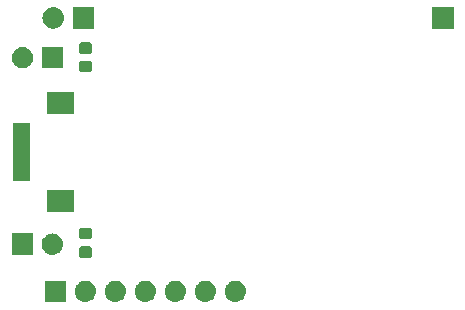
<source format=gts>
G04 #@! TF.GenerationSoftware,KiCad,Pcbnew,5.0.1-33cea8e~68~ubuntu14.04.1*
G04 #@! TF.CreationDate,2018-11-21T03:18:17-08:00*
G04 #@! TF.ProjectId,lcd-addon,6C63642D6164646F6E2E6B696361645F,rev?*
G04 #@! TF.SameCoordinates,Original*
G04 #@! TF.FileFunction,Soldermask,Top*
G04 #@! TF.FilePolarity,Negative*
%FSLAX46Y46*%
G04 Gerber Fmt 4.6, Leading zero omitted, Abs format (unit mm)*
G04 Created by KiCad (PCBNEW 5.0.1-33cea8e~68~ubuntu14.04.1) date Wed 21 Nov 2018 03:18:17 AM PST*
%MOMM*%
%LPD*%
G01*
G04 APERTURE LIST*
%ADD10C,0.100000*%
G04 APERTURE END LIST*
D10*
G36*
X127400443Y-97455519D02*
X127466627Y-97462037D01*
X127579853Y-97496384D01*
X127636467Y-97513557D01*
X127775087Y-97587652D01*
X127792991Y-97597222D01*
X127828729Y-97626552D01*
X127930186Y-97709814D01*
X128013448Y-97811271D01*
X128042778Y-97847009D01*
X128042779Y-97847011D01*
X128126443Y-98003533D01*
X128126443Y-98003534D01*
X128177963Y-98173373D01*
X128195359Y-98350000D01*
X128177963Y-98526627D01*
X128143616Y-98639853D01*
X128126443Y-98696467D01*
X128052348Y-98835087D01*
X128042778Y-98852991D01*
X128013448Y-98888729D01*
X127930186Y-98990186D01*
X127828729Y-99073448D01*
X127792991Y-99102778D01*
X127792989Y-99102779D01*
X127636467Y-99186443D01*
X127579853Y-99203616D01*
X127466627Y-99237963D01*
X127400443Y-99244481D01*
X127334260Y-99251000D01*
X127245740Y-99251000D01*
X127179557Y-99244481D01*
X127113373Y-99237963D01*
X127000147Y-99203616D01*
X126943533Y-99186443D01*
X126787011Y-99102779D01*
X126787009Y-99102778D01*
X126751271Y-99073448D01*
X126649814Y-98990186D01*
X126566552Y-98888729D01*
X126537222Y-98852991D01*
X126527652Y-98835087D01*
X126453557Y-98696467D01*
X126436384Y-98639853D01*
X126402037Y-98526627D01*
X126384641Y-98350000D01*
X126402037Y-98173373D01*
X126453557Y-98003534D01*
X126453557Y-98003533D01*
X126537221Y-97847011D01*
X126537222Y-97847009D01*
X126566552Y-97811271D01*
X126649814Y-97709814D01*
X126751271Y-97626552D01*
X126787009Y-97597222D01*
X126804913Y-97587652D01*
X126943533Y-97513557D01*
X127000147Y-97496384D01*
X127113373Y-97462037D01*
X127179557Y-97455519D01*
X127245740Y-97449000D01*
X127334260Y-97449000D01*
X127400443Y-97455519D01*
X127400443Y-97455519D01*
G37*
G36*
X122320443Y-97455519D02*
X122386627Y-97462037D01*
X122499853Y-97496384D01*
X122556467Y-97513557D01*
X122695087Y-97587652D01*
X122712991Y-97597222D01*
X122748729Y-97626552D01*
X122850186Y-97709814D01*
X122933448Y-97811271D01*
X122962778Y-97847009D01*
X122962779Y-97847011D01*
X123046443Y-98003533D01*
X123046443Y-98003534D01*
X123097963Y-98173373D01*
X123115359Y-98350000D01*
X123097963Y-98526627D01*
X123063616Y-98639853D01*
X123046443Y-98696467D01*
X122972348Y-98835087D01*
X122962778Y-98852991D01*
X122933448Y-98888729D01*
X122850186Y-98990186D01*
X122748729Y-99073448D01*
X122712991Y-99102778D01*
X122712989Y-99102779D01*
X122556467Y-99186443D01*
X122499853Y-99203616D01*
X122386627Y-99237963D01*
X122320443Y-99244481D01*
X122254260Y-99251000D01*
X122165740Y-99251000D01*
X122099557Y-99244481D01*
X122033373Y-99237963D01*
X121920147Y-99203616D01*
X121863533Y-99186443D01*
X121707011Y-99102779D01*
X121707009Y-99102778D01*
X121671271Y-99073448D01*
X121569814Y-98990186D01*
X121486552Y-98888729D01*
X121457222Y-98852991D01*
X121447652Y-98835087D01*
X121373557Y-98696467D01*
X121356384Y-98639853D01*
X121322037Y-98526627D01*
X121304641Y-98350000D01*
X121322037Y-98173373D01*
X121373557Y-98003534D01*
X121373557Y-98003533D01*
X121457221Y-97847011D01*
X121457222Y-97847009D01*
X121486552Y-97811271D01*
X121569814Y-97709814D01*
X121671271Y-97626552D01*
X121707009Y-97597222D01*
X121724913Y-97587652D01*
X121863533Y-97513557D01*
X121920147Y-97496384D01*
X122033373Y-97462037D01*
X122099557Y-97455519D01*
X122165740Y-97449000D01*
X122254260Y-97449000D01*
X122320443Y-97455519D01*
X122320443Y-97455519D01*
G37*
G36*
X119780443Y-97455519D02*
X119846627Y-97462037D01*
X119959853Y-97496384D01*
X120016467Y-97513557D01*
X120155087Y-97587652D01*
X120172991Y-97597222D01*
X120208729Y-97626552D01*
X120310186Y-97709814D01*
X120393448Y-97811271D01*
X120422778Y-97847009D01*
X120422779Y-97847011D01*
X120506443Y-98003533D01*
X120506443Y-98003534D01*
X120557963Y-98173373D01*
X120575359Y-98350000D01*
X120557963Y-98526627D01*
X120523616Y-98639853D01*
X120506443Y-98696467D01*
X120432348Y-98835087D01*
X120422778Y-98852991D01*
X120393448Y-98888729D01*
X120310186Y-98990186D01*
X120208729Y-99073448D01*
X120172991Y-99102778D01*
X120172989Y-99102779D01*
X120016467Y-99186443D01*
X119959853Y-99203616D01*
X119846627Y-99237963D01*
X119780443Y-99244481D01*
X119714260Y-99251000D01*
X119625740Y-99251000D01*
X119559557Y-99244481D01*
X119493373Y-99237963D01*
X119380147Y-99203616D01*
X119323533Y-99186443D01*
X119167011Y-99102779D01*
X119167009Y-99102778D01*
X119131271Y-99073448D01*
X119029814Y-98990186D01*
X118946552Y-98888729D01*
X118917222Y-98852991D01*
X118907652Y-98835087D01*
X118833557Y-98696467D01*
X118816384Y-98639853D01*
X118782037Y-98526627D01*
X118764641Y-98350000D01*
X118782037Y-98173373D01*
X118833557Y-98003534D01*
X118833557Y-98003533D01*
X118917221Y-97847011D01*
X118917222Y-97847009D01*
X118946552Y-97811271D01*
X119029814Y-97709814D01*
X119131271Y-97626552D01*
X119167009Y-97597222D01*
X119184913Y-97587652D01*
X119323533Y-97513557D01*
X119380147Y-97496384D01*
X119493373Y-97462037D01*
X119559557Y-97455519D01*
X119625740Y-97449000D01*
X119714260Y-97449000D01*
X119780443Y-97455519D01*
X119780443Y-97455519D01*
G37*
G36*
X117240443Y-97455519D02*
X117306627Y-97462037D01*
X117419853Y-97496384D01*
X117476467Y-97513557D01*
X117615087Y-97587652D01*
X117632991Y-97597222D01*
X117668729Y-97626552D01*
X117770186Y-97709814D01*
X117853448Y-97811271D01*
X117882778Y-97847009D01*
X117882779Y-97847011D01*
X117966443Y-98003533D01*
X117966443Y-98003534D01*
X118017963Y-98173373D01*
X118035359Y-98350000D01*
X118017963Y-98526627D01*
X117983616Y-98639853D01*
X117966443Y-98696467D01*
X117892348Y-98835087D01*
X117882778Y-98852991D01*
X117853448Y-98888729D01*
X117770186Y-98990186D01*
X117668729Y-99073448D01*
X117632991Y-99102778D01*
X117632989Y-99102779D01*
X117476467Y-99186443D01*
X117419853Y-99203616D01*
X117306627Y-99237963D01*
X117240443Y-99244481D01*
X117174260Y-99251000D01*
X117085740Y-99251000D01*
X117019557Y-99244481D01*
X116953373Y-99237963D01*
X116840147Y-99203616D01*
X116783533Y-99186443D01*
X116627011Y-99102779D01*
X116627009Y-99102778D01*
X116591271Y-99073448D01*
X116489814Y-98990186D01*
X116406552Y-98888729D01*
X116377222Y-98852991D01*
X116367652Y-98835087D01*
X116293557Y-98696467D01*
X116276384Y-98639853D01*
X116242037Y-98526627D01*
X116224641Y-98350000D01*
X116242037Y-98173373D01*
X116293557Y-98003534D01*
X116293557Y-98003533D01*
X116377221Y-97847011D01*
X116377222Y-97847009D01*
X116406552Y-97811271D01*
X116489814Y-97709814D01*
X116591271Y-97626552D01*
X116627009Y-97597222D01*
X116644913Y-97587652D01*
X116783533Y-97513557D01*
X116840147Y-97496384D01*
X116953373Y-97462037D01*
X117019557Y-97455519D01*
X117085740Y-97449000D01*
X117174260Y-97449000D01*
X117240443Y-97455519D01*
X117240443Y-97455519D01*
G37*
G36*
X114700443Y-97455519D02*
X114766627Y-97462037D01*
X114879853Y-97496384D01*
X114936467Y-97513557D01*
X115075087Y-97587652D01*
X115092991Y-97597222D01*
X115128729Y-97626552D01*
X115230186Y-97709814D01*
X115313448Y-97811271D01*
X115342778Y-97847009D01*
X115342779Y-97847011D01*
X115426443Y-98003533D01*
X115426443Y-98003534D01*
X115477963Y-98173373D01*
X115495359Y-98350000D01*
X115477963Y-98526627D01*
X115443616Y-98639853D01*
X115426443Y-98696467D01*
X115352348Y-98835087D01*
X115342778Y-98852991D01*
X115313448Y-98888729D01*
X115230186Y-98990186D01*
X115128729Y-99073448D01*
X115092991Y-99102778D01*
X115092989Y-99102779D01*
X114936467Y-99186443D01*
X114879853Y-99203616D01*
X114766627Y-99237963D01*
X114700443Y-99244481D01*
X114634260Y-99251000D01*
X114545740Y-99251000D01*
X114479557Y-99244481D01*
X114413373Y-99237963D01*
X114300147Y-99203616D01*
X114243533Y-99186443D01*
X114087011Y-99102779D01*
X114087009Y-99102778D01*
X114051271Y-99073448D01*
X113949814Y-98990186D01*
X113866552Y-98888729D01*
X113837222Y-98852991D01*
X113827652Y-98835087D01*
X113753557Y-98696467D01*
X113736384Y-98639853D01*
X113702037Y-98526627D01*
X113684641Y-98350000D01*
X113702037Y-98173373D01*
X113753557Y-98003534D01*
X113753557Y-98003533D01*
X113837221Y-97847011D01*
X113837222Y-97847009D01*
X113866552Y-97811271D01*
X113949814Y-97709814D01*
X114051271Y-97626552D01*
X114087009Y-97597222D01*
X114104913Y-97587652D01*
X114243533Y-97513557D01*
X114300147Y-97496384D01*
X114413373Y-97462037D01*
X114479557Y-97455519D01*
X114545740Y-97449000D01*
X114634260Y-97449000D01*
X114700443Y-97455519D01*
X114700443Y-97455519D01*
G37*
G36*
X112951000Y-99251000D02*
X111149000Y-99251000D01*
X111149000Y-97449000D01*
X112951000Y-97449000D01*
X112951000Y-99251000D01*
X112951000Y-99251000D01*
G37*
G36*
X124860443Y-97455519D02*
X124926627Y-97462037D01*
X125039853Y-97496384D01*
X125096467Y-97513557D01*
X125235087Y-97587652D01*
X125252991Y-97597222D01*
X125288729Y-97626552D01*
X125390186Y-97709814D01*
X125473448Y-97811271D01*
X125502778Y-97847009D01*
X125502779Y-97847011D01*
X125586443Y-98003533D01*
X125586443Y-98003534D01*
X125637963Y-98173373D01*
X125655359Y-98350000D01*
X125637963Y-98526627D01*
X125603616Y-98639853D01*
X125586443Y-98696467D01*
X125512348Y-98835087D01*
X125502778Y-98852991D01*
X125473448Y-98888729D01*
X125390186Y-98990186D01*
X125288729Y-99073448D01*
X125252991Y-99102778D01*
X125252989Y-99102779D01*
X125096467Y-99186443D01*
X125039853Y-99203616D01*
X124926627Y-99237963D01*
X124860443Y-99244481D01*
X124794260Y-99251000D01*
X124705740Y-99251000D01*
X124639557Y-99244481D01*
X124573373Y-99237963D01*
X124460147Y-99203616D01*
X124403533Y-99186443D01*
X124247011Y-99102779D01*
X124247009Y-99102778D01*
X124211271Y-99073448D01*
X124109814Y-98990186D01*
X124026552Y-98888729D01*
X123997222Y-98852991D01*
X123987652Y-98835087D01*
X123913557Y-98696467D01*
X123896384Y-98639853D01*
X123862037Y-98526627D01*
X123844641Y-98350000D01*
X123862037Y-98173373D01*
X123913557Y-98003534D01*
X123913557Y-98003533D01*
X123997221Y-97847011D01*
X123997222Y-97847009D01*
X124026552Y-97811271D01*
X124109814Y-97709814D01*
X124211271Y-97626552D01*
X124247009Y-97597222D01*
X124264913Y-97587652D01*
X124403533Y-97513557D01*
X124460147Y-97496384D01*
X124573373Y-97462037D01*
X124639557Y-97455519D01*
X124705740Y-97449000D01*
X124794260Y-97449000D01*
X124860443Y-97455519D01*
X124860443Y-97455519D01*
G37*
G36*
X114979591Y-94540585D02*
X115013569Y-94550893D01*
X115044887Y-94567633D01*
X115072339Y-94590161D01*
X115094867Y-94617613D01*
X115111607Y-94648931D01*
X115121915Y-94682909D01*
X115126000Y-94724390D01*
X115126000Y-95325610D01*
X115121915Y-95367091D01*
X115111607Y-95401069D01*
X115094867Y-95432387D01*
X115072339Y-95459839D01*
X115044887Y-95482367D01*
X115013569Y-95499107D01*
X114979591Y-95509415D01*
X114938110Y-95513500D01*
X114261890Y-95513500D01*
X114220409Y-95509415D01*
X114186431Y-95499107D01*
X114155113Y-95482367D01*
X114127661Y-95459839D01*
X114105133Y-95432387D01*
X114088393Y-95401069D01*
X114078085Y-95367091D01*
X114074000Y-95325610D01*
X114074000Y-94724390D01*
X114078085Y-94682909D01*
X114088393Y-94648931D01*
X114105133Y-94617613D01*
X114127661Y-94590161D01*
X114155113Y-94567633D01*
X114186431Y-94550893D01*
X114220409Y-94540585D01*
X114261890Y-94536500D01*
X114938110Y-94536500D01*
X114979591Y-94540585D01*
X114979591Y-94540585D01*
G37*
G36*
X110151000Y-95251000D02*
X108349000Y-95251000D01*
X108349000Y-93449000D01*
X110151000Y-93449000D01*
X110151000Y-95251000D01*
X110151000Y-95251000D01*
G37*
G36*
X111900442Y-93455518D02*
X111966627Y-93462037D01*
X112079853Y-93496384D01*
X112136467Y-93513557D01*
X112275087Y-93587652D01*
X112292991Y-93597222D01*
X112328729Y-93626552D01*
X112430186Y-93709814D01*
X112497708Y-93792091D01*
X112542778Y-93847009D01*
X112542779Y-93847011D01*
X112626443Y-94003533D01*
X112626443Y-94003534D01*
X112677963Y-94173373D01*
X112695359Y-94350000D01*
X112677963Y-94526627D01*
X112673544Y-94541193D01*
X112626443Y-94696467D01*
X112606862Y-94733099D01*
X112542778Y-94852991D01*
X112513448Y-94888729D01*
X112430186Y-94990186D01*
X112328729Y-95073448D01*
X112292991Y-95102778D01*
X112292989Y-95102779D01*
X112136467Y-95186443D01*
X112079853Y-95203616D01*
X111966627Y-95237963D01*
X111900443Y-95244481D01*
X111834260Y-95251000D01*
X111745740Y-95251000D01*
X111679558Y-95244482D01*
X111613373Y-95237963D01*
X111500147Y-95203616D01*
X111443533Y-95186443D01*
X111287011Y-95102779D01*
X111287009Y-95102778D01*
X111251271Y-95073448D01*
X111149814Y-94990186D01*
X111066552Y-94888729D01*
X111037222Y-94852991D01*
X110973138Y-94733099D01*
X110953557Y-94696467D01*
X110906456Y-94541193D01*
X110902037Y-94526627D01*
X110884641Y-94350000D01*
X110902037Y-94173373D01*
X110953557Y-94003534D01*
X110953557Y-94003533D01*
X111037221Y-93847011D01*
X111037222Y-93847009D01*
X111082292Y-93792091D01*
X111149814Y-93709814D01*
X111251271Y-93626552D01*
X111287009Y-93597222D01*
X111304913Y-93587652D01*
X111443533Y-93513557D01*
X111500147Y-93496384D01*
X111613373Y-93462037D01*
X111679558Y-93455518D01*
X111745740Y-93449000D01*
X111834260Y-93449000D01*
X111900442Y-93455518D01*
X111900442Y-93455518D01*
G37*
G36*
X114979591Y-92965585D02*
X115013569Y-92975893D01*
X115044887Y-92992633D01*
X115072339Y-93015161D01*
X115094867Y-93042613D01*
X115111607Y-93073931D01*
X115121915Y-93107909D01*
X115126000Y-93149390D01*
X115126000Y-93750610D01*
X115121915Y-93792091D01*
X115111607Y-93826069D01*
X115094867Y-93857387D01*
X115072339Y-93884839D01*
X115044887Y-93907367D01*
X115013569Y-93924107D01*
X114979591Y-93934415D01*
X114938110Y-93938500D01*
X114261890Y-93938500D01*
X114220409Y-93934415D01*
X114186431Y-93924107D01*
X114155113Y-93907367D01*
X114127661Y-93884839D01*
X114105133Y-93857387D01*
X114088393Y-93826069D01*
X114078085Y-93792091D01*
X114074000Y-93750610D01*
X114074000Y-93149390D01*
X114078085Y-93107909D01*
X114088393Y-93073931D01*
X114105133Y-93042613D01*
X114127661Y-93015161D01*
X114155113Y-92992633D01*
X114186431Y-92975893D01*
X114220409Y-92965585D01*
X114261890Y-92961500D01*
X114938110Y-92961500D01*
X114979591Y-92965585D01*
X114979591Y-92965585D01*
G37*
G36*
X113601000Y-91651000D02*
X111299000Y-91651000D01*
X111299000Y-89749000D01*
X113601000Y-89749000D01*
X113601000Y-91651000D01*
X113601000Y-91651000D01*
G37*
G36*
X109901000Y-89001000D02*
X108499000Y-89001000D01*
X108499000Y-84099000D01*
X109901000Y-84099000D01*
X109901000Y-89001000D01*
X109901000Y-89001000D01*
G37*
G36*
X113601000Y-83351000D02*
X111299000Y-83351000D01*
X111299000Y-81449000D01*
X113601000Y-81449000D01*
X113601000Y-83351000D01*
X113601000Y-83351000D01*
G37*
G36*
X114979591Y-78840585D02*
X115013569Y-78850893D01*
X115044887Y-78867633D01*
X115072339Y-78890161D01*
X115094867Y-78917613D01*
X115111607Y-78948931D01*
X115121915Y-78982909D01*
X115126000Y-79024390D01*
X115126000Y-79625610D01*
X115121915Y-79667091D01*
X115111607Y-79701069D01*
X115094867Y-79732387D01*
X115072339Y-79759839D01*
X115044887Y-79782367D01*
X115013569Y-79799107D01*
X114979591Y-79809415D01*
X114938110Y-79813500D01*
X114261890Y-79813500D01*
X114220409Y-79809415D01*
X114186431Y-79799107D01*
X114155113Y-79782367D01*
X114127661Y-79759839D01*
X114105133Y-79732387D01*
X114088393Y-79701069D01*
X114078085Y-79667091D01*
X114074000Y-79625610D01*
X114074000Y-79024390D01*
X114078085Y-78982909D01*
X114088393Y-78948931D01*
X114105133Y-78917613D01*
X114127661Y-78890161D01*
X114155113Y-78867633D01*
X114186431Y-78850893D01*
X114220409Y-78840585D01*
X114261890Y-78836500D01*
X114938110Y-78836500D01*
X114979591Y-78840585D01*
X114979591Y-78840585D01*
G37*
G36*
X112701000Y-79451000D02*
X110899000Y-79451000D01*
X110899000Y-77649000D01*
X112701000Y-77649000D01*
X112701000Y-79451000D01*
X112701000Y-79451000D01*
G37*
G36*
X109370443Y-77655519D02*
X109436627Y-77662037D01*
X109549853Y-77696384D01*
X109606467Y-77713557D01*
X109745087Y-77787652D01*
X109762991Y-77797222D01*
X109798729Y-77826552D01*
X109900186Y-77909814D01*
X109969480Y-77994250D01*
X110012778Y-78047009D01*
X110012779Y-78047011D01*
X110096443Y-78203533D01*
X110096443Y-78203534D01*
X110147963Y-78373373D01*
X110165359Y-78550000D01*
X110147963Y-78726627D01*
X110114633Y-78836500D01*
X110096443Y-78896467D01*
X110085140Y-78917613D01*
X110012778Y-79052991D01*
X109983448Y-79088729D01*
X109900186Y-79190186D01*
X109798729Y-79273448D01*
X109762991Y-79302778D01*
X109762989Y-79302779D01*
X109606467Y-79386443D01*
X109549853Y-79403616D01*
X109436627Y-79437963D01*
X109370442Y-79444482D01*
X109304260Y-79451000D01*
X109215740Y-79451000D01*
X109149558Y-79444482D01*
X109083373Y-79437963D01*
X108970147Y-79403616D01*
X108913533Y-79386443D01*
X108757011Y-79302779D01*
X108757009Y-79302778D01*
X108721271Y-79273448D01*
X108619814Y-79190186D01*
X108536552Y-79088729D01*
X108507222Y-79052991D01*
X108434860Y-78917613D01*
X108423557Y-78896467D01*
X108405367Y-78836500D01*
X108372037Y-78726627D01*
X108354641Y-78550000D01*
X108372037Y-78373373D01*
X108423557Y-78203534D01*
X108423557Y-78203533D01*
X108507221Y-78047011D01*
X108507222Y-78047009D01*
X108550520Y-77994250D01*
X108619814Y-77909814D01*
X108721271Y-77826552D01*
X108757009Y-77797222D01*
X108774913Y-77787652D01*
X108913533Y-77713557D01*
X108970147Y-77696384D01*
X109083373Y-77662037D01*
X109149557Y-77655519D01*
X109215740Y-77649000D01*
X109304260Y-77649000D01*
X109370443Y-77655519D01*
X109370443Y-77655519D01*
G37*
G36*
X114979591Y-77265585D02*
X115013569Y-77275893D01*
X115044887Y-77292633D01*
X115072339Y-77315161D01*
X115094867Y-77342613D01*
X115111607Y-77373931D01*
X115121915Y-77407909D01*
X115126000Y-77449390D01*
X115126000Y-78050610D01*
X115121915Y-78092091D01*
X115111607Y-78126069D01*
X115094867Y-78157387D01*
X115072339Y-78184839D01*
X115044887Y-78207367D01*
X115013569Y-78224107D01*
X114979591Y-78234415D01*
X114938110Y-78238500D01*
X114261890Y-78238500D01*
X114220409Y-78234415D01*
X114186431Y-78224107D01*
X114155113Y-78207367D01*
X114127661Y-78184839D01*
X114105133Y-78157387D01*
X114088393Y-78126069D01*
X114078085Y-78092091D01*
X114074000Y-78050610D01*
X114074000Y-77449390D01*
X114078085Y-77407909D01*
X114088393Y-77373931D01*
X114105133Y-77342613D01*
X114127661Y-77315161D01*
X114155113Y-77292633D01*
X114186431Y-77275893D01*
X114220409Y-77265585D01*
X114261890Y-77261500D01*
X114938110Y-77261500D01*
X114979591Y-77265585D01*
X114979591Y-77265585D01*
G37*
G36*
X145761000Y-76101000D02*
X143959000Y-76101000D01*
X143959000Y-74299000D01*
X145761000Y-74299000D01*
X145761000Y-76101000D01*
X145761000Y-76101000D01*
G37*
G36*
X115301000Y-76101000D02*
X113499000Y-76101000D01*
X113499000Y-74299000D01*
X115301000Y-74299000D01*
X115301000Y-76101000D01*
X115301000Y-76101000D01*
G37*
G36*
X111970442Y-74305518D02*
X112036627Y-74312037D01*
X112149853Y-74346384D01*
X112206467Y-74363557D01*
X112345087Y-74437652D01*
X112362991Y-74447222D01*
X112398729Y-74476552D01*
X112500186Y-74559814D01*
X112583448Y-74661271D01*
X112612778Y-74697009D01*
X112612779Y-74697011D01*
X112696443Y-74853533D01*
X112696443Y-74853534D01*
X112747963Y-75023373D01*
X112765359Y-75200000D01*
X112747963Y-75376627D01*
X112713616Y-75489853D01*
X112696443Y-75546467D01*
X112622348Y-75685087D01*
X112612778Y-75702991D01*
X112583448Y-75738729D01*
X112500186Y-75840186D01*
X112398729Y-75923448D01*
X112362991Y-75952778D01*
X112362989Y-75952779D01*
X112206467Y-76036443D01*
X112149853Y-76053616D01*
X112036627Y-76087963D01*
X111970442Y-76094482D01*
X111904260Y-76101000D01*
X111815740Y-76101000D01*
X111749558Y-76094482D01*
X111683373Y-76087963D01*
X111570147Y-76053616D01*
X111513533Y-76036443D01*
X111357011Y-75952779D01*
X111357009Y-75952778D01*
X111321271Y-75923448D01*
X111219814Y-75840186D01*
X111136552Y-75738729D01*
X111107222Y-75702991D01*
X111097652Y-75685087D01*
X111023557Y-75546467D01*
X111006384Y-75489853D01*
X110972037Y-75376627D01*
X110954641Y-75200000D01*
X110972037Y-75023373D01*
X111023557Y-74853534D01*
X111023557Y-74853533D01*
X111107221Y-74697011D01*
X111107222Y-74697009D01*
X111136552Y-74661271D01*
X111219814Y-74559814D01*
X111321271Y-74476552D01*
X111357009Y-74447222D01*
X111374913Y-74437652D01*
X111513533Y-74363557D01*
X111570147Y-74346384D01*
X111683373Y-74312037D01*
X111749558Y-74305518D01*
X111815740Y-74299000D01*
X111904260Y-74299000D01*
X111970442Y-74305518D01*
X111970442Y-74305518D01*
G37*
M02*

</source>
